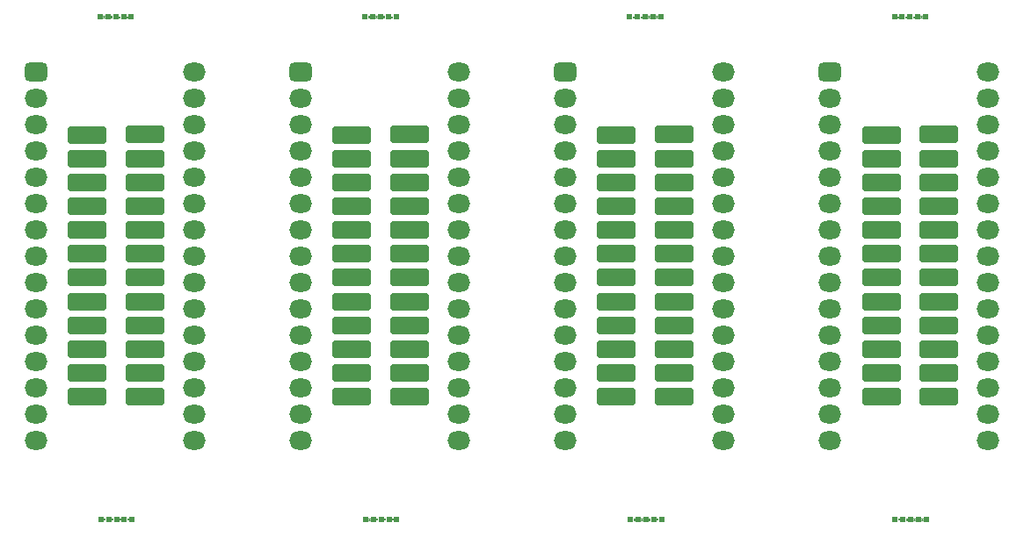
<source format=gts>
G04 #@! TF.GenerationSoftware,KiCad,Pcbnew,6.0.1-79c1e3a40b~116~ubuntu20.04.1*
G04 #@! TF.CreationDate,2022-01-18T16:27:04+01:00*
G04 #@! TF.ProjectId,4xArduino_GPIB_Adapter,34784172-6475-4696-9e6f-5f475049425f,rev?*
G04 #@! TF.SameCoordinates,Original*
G04 #@! TF.FileFunction,Soldermask,Top*
G04 #@! TF.FilePolarity,Negative*
%FSLAX46Y46*%
G04 Gerber Fmt 4.6, Leading zero omitted, Abs format (unit mm)*
G04 Created by KiCad (PCBNEW 6.0.1-79c1e3a40b~116~ubuntu20.04.1) date 2022-01-18 16:27:04*
%MOMM*%
%LPD*%
G01*
G04 APERTURE LIST*
G04 Aperture macros list*
%AMRoundRect*
0 Rectangle with rounded corners*
0 $1 Rounding radius*
0 $2 $3 $4 $5 $6 $7 $8 $9 X,Y pos of 4 corners*
0 Add a 4 corners polygon primitive as box body*
4,1,4,$2,$3,$4,$5,$6,$7,$8,$9,$2,$3,0*
0 Add four circle primitives for the rounded corners*
1,1,$1+$1,$2,$3*
1,1,$1+$1,$4,$5*
1,1,$1+$1,$6,$7*
1,1,$1+$1,$8,$9*
0 Add four rect primitives between the rounded corners*
20,1,$1+$1,$2,$3,$4,$5,0*
20,1,$1+$1,$4,$5,$6,$7,0*
20,1,$1+$1,$6,$7,$8,$9,0*
20,1,$1+$1,$8,$9,$2,$3,0*%
G04 Aperture macros list end*
%ADD10RoundRect,0.476000X-0.625000X-0.425000X0.625000X-0.425000X0.625000X0.425000X-0.625000X0.425000X0*%
%ADD11O,2.202000X1.802000*%
%ADD12RoundRect,0.251000X-1.600000X0.600000X-1.600000X-0.600000X1.600000X-0.600000X1.600000X0.600000X0*%
%ADD13C,0.602000*%
G04 APERTURE END LIST*
D10*
X99455001Y-76785001D03*
D11*
X99455001Y-79325001D03*
X99455001Y-81865001D03*
X99455001Y-84405001D03*
X99455001Y-86945001D03*
X99455001Y-89485001D03*
X99455001Y-92025001D03*
X99455001Y-94565001D03*
X99455001Y-97105001D03*
X99455001Y-99645001D03*
X99455001Y-102185001D03*
X99455001Y-104725001D03*
X99455001Y-107265001D03*
X99455001Y-109805001D03*
X99455001Y-112345001D03*
X114695001Y-112345001D03*
X114695001Y-109805001D03*
X114695001Y-107265001D03*
X114695001Y-104725001D03*
X114695001Y-102185001D03*
X114695001Y-99645001D03*
X114695001Y-97105001D03*
X114695001Y-94565001D03*
X114695001Y-92025001D03*
X114695001Y-89485001D03*
X114695001Y-86945001D03*
X114695001Y-84405001D03*
X114695001Y-81865001D03*
X114695001Y-79325001D03*
X114695001Y-76785001D03*
D12*
X109970000Y-108090000D03*
X109970000Y-105790000D03*
X109970000Y-103490000D03*
X109970000Y-101190000D03*
X109970000Y-98890000D03*
X109970000Y-96590000D03*
X109970000Y-94290000D03*
X109970000Y-91990000D03*
X109970000Y-89690000D03*
X109970000Y-87390000D03*
X109970000Y-85090000D03*
X109970000Y-82790000D03*
X104390000Y-108090000D03*
X104390000Y-105790900D03*
X104390000Y-103491810D03*
X104390000Y-101192720D03*
X104390000Y-98893630D03*
X104390000Y-96594540D03*
X104390000Y-94295450D03*
X104390000Y-91996360D03*
X104390000Y-89697270D03*
X104390000Y-87398180D03*
X104390000Y-85099090D03*
X104390000Y-82800000D03*
D13*
X156660000Y-71450000D03*
X158160000Y-71450000D03*
X159660000Y-71450000D03*
X158910000Y-71450000D03*
X157410000Y-71450000D03*
X185160000Y-71450000D03*
X182160000Y-71450000D03*
X183660000Y-71450000D03*
X184410000Y-71450000D03*
X182910000Y-71450000D03*
D10*
X150455001Y-76785001D03*
D11*
X150455001Y-79325001D03*
X150455001Y-81865001D03*
X150455001Y-84405001D03*
X150455001Y-86945001D03*
X150455001Y-89485001D03*
X150455001Y-92025001D03*
X150455001Y-94565001D03*
X150455001Y-97105001D03*
X150455001Y-99645001D03*
X150455001Y-102185001D03*
X150455001Y-104725001D03*
X150455001Y-107265001D03*
X150455001Y-109805001D03*
X150455001Y-112345001D03*
X165695001Y-112345001D03*
X165695001Y-109805001D03*
X165695001Y-107265001D03*
X165695001Y-104725001D03*
X165695001Y-102185001D03*
X165695001Y-99645001D03*
X165695001Y-97105001D03*
X165695001Y-94565001D03*
X165695001Y-92025001D03*
X165695001Y-89485001D03*
X165695001Y-86945001D03*
X165695001Y-84405001D03*
X165695001Y-81865001D03*
X165695001Y-79325001D03*
X165695001Y-76785001D03*
D12*
X135470000Y-108090000D03*
X135470000Y-105790000D03*
X135470000Y-103490000D03*
X135470000Y-101190000D03*
X135470000Y-98890000D03*
X135470000Y-96590000D03*
X135470000Y-94290000D03*
X135470000Y-91990000D03*
X135470000Y-89690000D03*
X135470000Y-87390000D03*
X135470000Y-85090000D03*
X135470000Y-82790000D03*
X129890000Y-108090000D03*
X129890000Y-105790900D03*
X129890000Y-103491810D03*
X129890000Y-101192720D03*
X129890000Y-98893630D03*
X129890000Y-96594540D03*
X129890000Y-94295450D03*
X129890000Y-91996360D03*
X129890000Y-89697270D03*
X129890000Y-87398180D03*
X129890000Y-85099090D03*
X129890000Y-82800000D03*
D13*
X159730000Y-119950000D03*
X156730000Y-119950000D03*
X157480000Y-119950000D03*
X158980000Y-119950000D03*
X158230000Y-119950000D03*
X107910000Y-71450000D03*
X107160000Y-71450000D03*
X108660000Y-71450000D03*
X106410000Y-71450000D03*
X105660000Y-71450000D03*
X183730000Y-119950000D03*
X184480000Y-119950000D03*
X182230000Y-119950000D03*
X182980000Y-119950000D03*
X185230000Y-119950000D03*
X107980000Y-119950000D03*
X106480000Y-119950000D03*
X108730000Y-119950000D03*
X105730000Y-119950000D03*
X107230000Y-119950000D03*
X131980000Y-119950000D03*
X134230000Y-119950000D03*
X131230000Y-119950000D03*
X132730000Y-119950000D03*
X133480000Y-119950000D03*
D12*
X186470000Y-108090000D03*
X186470000Y-105790000D03*
X186470000Y-103490000D03*
X186470000Y-101190000D03*
X186470000Y-98890000D03*
X186470000Y-96590000D03*
X186470000Y-94290000D03*
X186470000Y-91990000D03*
X186470000Y-89690000D03*
X186470000Y-87390000D03*
X186470000Y-85090000D03*
X186470000Y-82790000D03*
X180890000Y-108090000D03*
X180890000Y-105790900D03*
X180890000Y-103491810D03*
X180890000Y-101192720D03*
X180890000Y-98893630D03*
X180890000Y-96594540D03*
X180890000Y-94295450D03*
X180890000Y-91996360D03*
X180890000Y-89697270D03*
X180890000Y-87398180D03*
X180890000Y-85099090D03*
X180890000Y-82800000D03*
D10*
X124955001Y-76785001D03*
D11*
X124955001Y-79325001D03*
X124955001Y-81865001D03*
X124955001Y-84405001D03*
X124955001Y-86945001D03*
X124955001Y-89485001D03*
X124955001Y-92025001D03*
X124955001Y-94565001D03*
X124955001Y-97105001D03*
X124955001Y-99645001D03*
X124955001Y-102185001D03*
X124955001Y-104725001D03*
X124955001Y-107265001D03*
X124955001Y-109805001D03*
X124955001Y-112345001D03*
X140195001Y-112345001D03*
X140195001Y-109805001D03*
X140195001Y-107265001D03*
X140195001Y-104725001D03*
X140195001Y-102185001D03*
X140195001Y-99645001D03*
X140195001Y-97105001D03*
X140195001Y-94565001D03*
X140195001Y-92025001D03*
X140195001Y-89485001D03*
X140195001Y-86945001D03*
X140195001Y-84405001D03*
X140195001Y-81865001D03*
X140195001Y-79325001D03*
X140195001Y-76785001D03*
D12*
X160970000Y-108090000D03*
X160970000Y-105790000D03*
X160970000Y-103490000D03*
X160970000Y-101190000D03*
X160970000Y-98890000D03*
X160970000Y-96590000D03*
X160970000Y-94290000D03*
X160970000Y-91990000D03*
X160970000Y-89690000D03*
X160970000Y-87390000D03*
X160970000Y-85090000D03*
X160970000Y-82790000D03*
X155390000Y-108090000D03*
X155390000Y-105790900D03*
X155390000Y-103491810D03*
X155390000Y-101192720D03*
X155390000Y-98893630D03*
X155390000Y-96594540D03*
X155390000Y-94295450D03*
X155390000Y-91996360D03*
X155390000Y-89697270D03*
X155390000Y-87398180D03*
X155390000Y-85099090D03*
X155390000Y-82800000D03*
D10*
X175955001Y-76785001D03*
D11*
X175955001Y-79325001D03*
X175955001Y-81865001D03*
X175955001Y-84405001D03*
X175955001Y-86945001D03*
X175955001Y-89485001D03*
X175955001Y-92025001D03*
X175955001Y-94565001D03*
X175955001Y-97105001D03*
X175955001Y-99645001D03*
X175955001Y-102185001D03*
X175955001Y-104725001D03*
X175955001Y-107265001D03*
X175955001Y-109805001D03*
X175955001Y-112345001D03*
X191195001Y-112345001D03*
X191195001Y-109805001D03*
X191195001Y-107265001D03*
X191195001Y-104725001D03*
X191195001Y-102185001D03*
X191195001Y-99645001D03*
X191195001Y-97105001D03*
X191195001Y-94565001D03*
X191195001Y-92025001D03*
X191195001Y-89485001D03*
X191195001Y-86945001D03*
X191195001Y-84405001D03*
X191195001Y-81865001D03*
X191195001Y-79325001D03*
X191195001Y-76785001D03*
D13*
X132660000Y-71450000D03*
X131160000Y-71450000D03*
X133410000Y-71450000D03*
X131910000Y-71450000D03*
X134160000Y-71450000D03*
G36*
X158498315Y-119817990D02*
G01*
X158543037Y-119865343D01*
X158610263Y-119881991D01*
X158675864Y-119859635D01*
X158711095Y-119818977D01*
X158712985Y-119818323D01*
X158714496Y-119819633D01*
X158714338Y-119821287D01*
X158699062Y-119847746D01*
X158681031Y-119950000D01*
X158699062Y-120052254D01*
X158714871Y-120079637D01*
X158714871Y-120081637D01*
X158713139Y-120082637D01*
X158711685Y-120082010D01*
X158666963Y-120034657D01*
X158599737Y-120018009D01*
X158534136Y-120040365D01*
X158498905Y-120081023D01*
X158497015Y-120081677D01*
X158495504Y-120080367D01*
X158495662Y-120078713D01*
X158510938Y-120052254D01*
X158528969Y-119950000D01*
X158510938Y-119847746D01*
X158495129Y-119820363D01*
X158495129Y-119818363D01*
X158496861Y-119817363D01*
X158498315Y-119817990D01*
G37*
G36*
X108248315Y-119817990D02*
G01*
X108293037Y-119865343D01*
X108360263Y-119881991D01*
X108425864Y-119859635D01*
X108461095Y-119818977D01*
X108462985Y-119818323D01*
X108464496Y-119819633D01*
X108464338Y-119821287D01*
X108449062Y-119847746D01*
X108431031Y-119950000D01*
X108449062Y-120052254D01*
X108464871Y-120079637D01*
X108464871Y-120081637D01*
X108463139Y-120082637D01*
X108461685Y-120082010D01*
X108416963Y-120034657D01*
X108349737Y-120018009D01*
X108284136Y-120040365D01*
X108248905Y-120081023D01*
X108247015Y-120081677D01*
X108245504Y-120080367D01*
X108245662Y-120078713D01*
X108260938Y-120052254D01*
X108278969Y-119950000D01*
X108260938Y-119847746D01*
X108245129Y-119820363D01*
X108245129Y-119818363D01*
X108246861Y-119817363D01*
X108248315Y-119817990D01*
G37*
G36*
X157748315Y-119817990D02*
G01*
X157793037Y-119865343D01*
X157860263Y-119881991D01*
X157925864Y-119859635D01*
X157961095Y-119818977D01*
X157962985Y-119818323D01*
X157964496Y-119819633D01*
X157964338Y-119821287D01*
X157949062Y-119847746D01*
X157931031Y-119950000D01*
X157949062Y-120052254D01*
X157964871Y-120079637D01*
X157964871Y-120081637D01*
X157963139Y-120082637D01*
X157961685Y-120082010D01*
X157916963Y-120034657D01*
X157849737Y-120018009D01*
X157784136Y-120040365D01*
X157748905Y-120081023D01*
X157747015Y-120081677D01*
X157745504Y-120080367D01*
X157745662Y-120078713D01*
X157760938Y-120052254D01*
X157778969Y-119950000D01*
X157760938Y-119847746D01*
X157745129Y-119820363D01*
X157745129Y-119818363D01*
X157746861Y-119817363D01*
X157748315Y-119817990D01*
G37*
G36*
X159248315Y-119817990D02*
G01*
X159293037Y-119865343D01*
X159360263Y-119881991D01*
X159425864Y-119859635D01*
X159461095Y-119818977D01*
X159462985Y-119818323D01*
X159464496Y-119819633D01*
X159464338Y-119821287D01*
X159449062Y-119847746D01*
X159431031Y-119950000D01*
X159449062Y-120052254D01*
X159464871Y-120079637D01*
X159464871Y-120081637D01*
X159463139Y-120082637D01*
X159461685Y-120082010D01*
X159416963Y-120034657D01*
X159349737Y-120018009D01*
X159284136Y-120040365D01*
X159248905Y-120081023D01*
X159247015Y-120081677D01*
X159245504Y-120080367D01*
X159245662Y-120078713D01*
X159260938Y-120052254D01*
X159278969Y-119950000D01*
X159260938Y-119847746D01*
X159245129Y-119820363D01*
X159245129Y-119818363D01*
X159246861Y-119817363D01*
X159248315Y-119817990D01*
G37*
G36*
X106748315Y-119817990D02*
G01*
X106793037Y-119865343D01*
X106860263Y-119881991D01*
X106925864Y-119859635D01*
X106961095Y-119818977D01*
X106962985Y-119818323D01*
X106964496Y-119819633D01*
X106964338Y-119821287D01*
X106949062Y-119847746D01*
X106931031Y-119950000D01*
X106949062Y-120052254D01*
X106964871Y-120079637D01*
X106964871Y-120081637D01*
X106963139Y-120082637D01*
X106961685Y-120082010D01*
X106916963Y-120034657D01*
X106849737Y-120018009D01*
X106784136Y-120040365D01*
X106748905Y-120081023D01*
X106747015Y-120081677D01*
X106745504Y-120080367D01*
X106745662Y-120078713D01*
X106760938Y-120052254D01*
X106778969Y-119950000D01*
X106760938Y-119847746D01*
X106745129Y-119820363D01*
X106745129Y-119818363D01*
X106746861Y-119817363D01*
X106748315Y-119817990D01*
G37*
G36*
X182498315Y-119817990D02*
G01*
X182543037Y-119865343D01*
X182610263Y-119881991D01*
X182675864Y-119859635D01*
X182711095Y-119818977D01*
X182712985Y-119818323D01*
X182714496Y-119819633D01*
X182714338Y-119821287D01*
X182699062Y-119847746D01*
X182681031Y-119950000D01*
X182699062Y-120052254D01*
X182714871Y-120079637D01*
X182714871Y-120081637D01*
X182713139Y-120082637D01*
X182711685Y-120082010D01*
X182666963Y-120034657D01*
X182599737Y-120018009D01*
X182534136Y-120040365D01*
X182498905Y-120081023D01*
X182497015Y-120081677D01*
X182495504Y-120080367D01*
X182495662Y-120078713D01*
X182510938Y-120052254D01*
X182528969Y-119950000D01*
X182510938Y-119847746D01*
X182495129Y-119820363D01*
X182495129Y-119818363D01*
X182496861Y-119817363D01*
X182498315Y-119817990D01*
G37*
G36*
X156998315Y-119817990D02*
G01*
X157043037Y-119865343D01*
X157110263Y-119881991D01*
X157175864Y-119859635D01*
X157211095Y-119818977D01*
X157212985Y-119818323D01*
X157214496Y-119819633D01*
X157214338Y-119821287D01*
X157199062Y-119847746D01*
X157181031Y-119950000D01*
X157199062Y-120052254D01*
X157214871Y-120079637D01*
X157214871Y-120081637D01*
X157213139Y-120082637D01*
X157211685Y-120082010D01*
X157166963Y-120034657D01*
X157099737Y-120018009D01*
X157034136Y-120040365D01*
X156998905Y-120081023D01*
X156997015Y-120081677D01*
X156995504Y-120080367D01*
X156995662Y-120078713D01*
X157010938Y-120052254D01*
X157028969Y-119950000D01*
X157010938Y-119847746D01*
X156995129Y-119820363D01*
X156995129Y-119818363D01*
X156996861Y-119817363D01*
X156998315Y-119817990D01*
G37*
G36*
X132248315Y-119817990D02*
G01*
X132293037Y-119865343D01*
X132360263Y-119881991D01*
X132425864Y-119859635D01*
X132461095Y-119818977D01*
X132462985Y-119818323D01*
X132464496Y-119819633D01*
X132464338Y-119821287D01*
X132449062Y-119847746D01*
X132431031Y-119950000D01*
X132449062Y-120052254D01*
X132464871Y-120079637D01*
X132464871Y-120081637D01*
X132463139Y-120082637D01*
X132461685Y-120082010D01*
X132416963Y-120034657D01*
X132349737Y-120018009D01*
X132284136Y-120040365D01*
X132248905Y-120081023D01*
X132247015Y-120081677D01*
X132245504Y-120080367D01*
X132245662Y-120078713D01*
X132260938Y-120052254D01*
X132278969Y-119950000D01*
X132260938Y-119847746D01*
X132245129Y-119820363D01*
X132245129Y-119818363D01*
X132246861Y-119817363D01*
X132248315Y-119817990D01*
G37*
G36*
X133748315Y-119817990D02*
G01*
X133793037Y-119865343D01*
X133860263Y-119881991D01*
X133925864Y-119859635D01*
X133961095Y-119818977D01*
X133962985Y-119818323D01*
X133964496Y-119819633D01*
X133964338Y-119821287D01*
X133949062Y-119847746D01*
X133931031Y-119950000D01*
X133949062Y-120052254D01*
X133964871Y-120079637D01*
X133964871Y-120081637D01*
X133963139Y-120082637D01*
X133961685Y-120082010D01*
X133916963Y-120034657D01*
X133849737Y-120018009D01*
X133784136Y-120040365D01*
X133748905Y-120081023D01*
X133747015Y-120081677D01*
X133745504Y-120080367D01*
X133745662Y-120078713D01*
X133760938Y-120052254D01*
X133778969Y-119950000D01*
X133760938Y-119847746D01*
X133745129Y-119820363D01*
X133745129Y-119818363D01*
X133746861Y-119817363D01*
X133748315Y-119817990D01*
G37*
G36*
X183248315Y-119817990D02*
G01*
X183293037Y-119865343D01*
X183360263Y-119881991D01*
X183425864Y-119859635D01*
X183461095Y-119818977D01*
X183462985Y-119818323D01*
X183464496Y-119819633D01*
X183464338Y-119821287D01*
X183449062Y-119847746D01*
X183431031Y-119950000D01*
X183449062Y-120052254D01*
X183464871Y-120079637D01*
X183464871Y-120081637D01*
X183463139Y-120082637D01*
X183461685Y-120082010D01*
X183416963Y-120034657D01*
X183349737Y-120018009D01*
X183284136Y-120040365D01*
X183248905Y-120081023D01*
X183247015Y-120081677D01*
X183245504Y-120080367D01*
X183245662Y-120078713D01*
X183260938Y-120052254D01*
X183278969Y-119950000D01*
X183260938Y-119847746D01*
X183245129Y-119820363D01*
X183245129Y-119818363D01*
X183246861Y-119817363D01*
X183248315Y-119817990D01*
G37*
G36*
X131498315Y-119817990D02*
G01*
X131543037Y-119865343D01*
X131610263Y-119881991D01*
X131675864Y-119859635D01*
X131711095Y-119818977D01*
X131712985Y-119818323D01*
X131714496Y-119819633D01*
X131714338Y-119821287D01*
X131699062Y-119847746D01*
X131681031Y-119950000D01*
X131699062Y-120052254D01*
X131714871Y-120079637D01*
X131714871Y-120081637D01*
X131713139Y-120082637D01*
X131711685Y-120082010D01*
X131666963Y-120034657D01*
X131599737Y-120018009D01*
X131534136Y-120040365D01*
X131498905Y-120081023D01*
X131497015Y-120081677D01*
X131495504Y-120080367D01*
X131495662Y-120078713D01*
X131510938Y-120052254D01*
X131528969Y-119950000D01*
X131510938Y-119847746D01*
X131495129Y-119820363D01*
X131495129Y-119818363D01*
X131496861Y-119817363D01*
X131498315Y-119817990D01*
G37*
G36*
X107498315Y-119817990D02*
G01*
X107543037Y-119865343D01*
X107610263Y-119881991D01*
X107675864Y-119859635D01*
X107711095Y-119818977D01*
X107712985Y-119818323D01*
X107714496Y-119819633D01*
X107714338Y-119821287D01*
X107699062Y-119847746D01*
X107681031Y-119950000D01*
X107699062Y-120052254D01*
X107714871Y-120079637D01*
X107714871Y-120081637D01*
X107713139Y-120082637D01*
X107711685Y-120082010D01*
X107666963Y-120034657D01*
X107599737Y-120018009D01*
X107534136Y-120040365D01*
X107498905Y-120081023D01*
X107497015Y-120081677D01*
X107495504Y-120080367D01*
X107495662Y-120078713D01*
X107510938Y-120052254D01*
X107528969Y-119950000D01*
X107510938Y-119847746D01*
X107495129Y-119820363D01*
X107495129Y-119818363D01*
X107496861Y-119817363D01*
X107498315Y-119817990D01*
G37*
G36*
X132998315Y-119817990D02*
G01*
X133043037Y-119865343D01*
X133110263Y-119881991D01*
X133175864Y-119859635D01*
X133211095Y-119818977D01*
X133212985Y-119818323D01*
X133214496Y-119819633D01*
X133214338Y-119821287D01*
X133199062Y-119847746D01*
X133181031Y-119950000D01*
X133199062Y-120052254D01*
X133214871Y-120079637D01*
X133214871Y-120081637D01*
X133213139Y-120082637D01*
X133211685Y-120082010D01*
X133166963Y-120034657D01*
X133099737Y-120018009D01*
X133034136Y-120040365D01*
X132998905Y-120081023D01*
X132997015Y-120081677D01*
X132995504Y-120080367D01*
X132995662Y-120078713D01*
X133010938Y-120052254D01*
X133028969Y-119950000D01*
X133010938Y-119847746D01*
X132995129Y-119820363D01*
X132995129Y-119818363D01*
X132996861Y-119817363D01*
X132998315Y-119817990D01*
G37*
G36*
X183998315Y-119817990D02*
G01*
X184043037Y-119865343D01*
X184110263Y-119881991D01*
X184175864Y-119859635D01*
X184211095Y-119818977D01*
X184212985Y-119818323D01*
X184214496Y-119819633D01*
X184214338Y-119821287D01*
X184199062Y-119847746D01*
X184181031Y-119950000D01*
X184199062Y-120052254D01*
X184214871Y-120079637D01*
X184214871Y-120081637D01*
X184213139Y-120082637D01*
X184211685Y-120082010D01*
X184166963Y-120034657D01*
X184099737Y-120018009D01*
X184034136Y-120040365D01*
X183998905Y-120081023D01*
X183997015Y-120081677D01*
X183995504Y-120080367D01*
X183995662Y-120078713D01*
X184010938Y-120052254D01*
X184028969Y-119950000D01*
X184010938Y-119847746D01*
X183995129Y-119820363D01*
X183995129Y-119818363D01*
X183996861Y-119817363D01*
X183998315Y-119817990D01*
G37*
G36*
X105998315Y-119817990D02*
G01*
X106043037Y-119865343D01*
X106110263Y-119881991D01*
X106175864Y-119859635D01*
X106211095Y-119818977D01*
X106212985Y-119818323D01*
X106214496Y-119819633D01*
X106214338Y-119821287D01*
X106199062Y-119847746D01*
X106181031Y-119950000D01*
X106199062Y-120052254D01*
X106214871Y-120079637D01*
X106214871Y-120081637D01*
X106213139Y-120082637D01*
X106211685Y-120082010D01*
X106166963Y-120034657D01*
X106099737Y-120018009D01*
X106034136Y-120040365D01*
X105998905Y-120081023D01*
X105997015Y-120081677D01*
X105995504Y-120080367D01*
X105995662Y-120078713D01*
X106010938Y-120052254D01*
X106028969Y-119950000D01*
X106010938Y-119847746D01*
X105995129Y-119820363D01*
X105995129Y-119818363D01*
X105996861Y-119817363D01*
X105998315Y-119817990D01*
G37*
G36*
X184748315Y-119817990D02*
G01*
X184793037Y-119865343D01*
X184860263Y-119881991D01*
X184925864Y-119859635D01*
X184961095Y-119818977D01*
X184962985Y-119818323D01*
X184964496Y-119819633D01*
X184964338Y-119821287D01*
X184949062Y-119847746D01*
X184931031Y-119950000D01*
X184949062Y-120052254D01*
X184964871Y-120079637D01*
X184964871Y-120081637D01*
X184963139Y-120082637D01*
X184961685Y-120082010D01*
X184916963Y-120034657D01*
X184849737Y-120018009D01*
X184784136Y-120040365D01*
X184748905Y-120081023D01*
X184747015Y-120081677D01*
X184745504Y-120080367D01*
X184745662Y-120078713D01*
X184760938Y-120052254D01*
X184778969Y-119950000D01*
X184760938Y-119847746D01*
X184745129Y-119820363D01*
X184745129Y-119818363D01*
X184746861Y-119817363D01*
X184748315Y-119817990D01*
G37*
G36*
X132928315Y-71317990D02*
G01*
X132973037Y-71365343D01*
X133040263Y-71381991D01*
X133105864Y-71359635D01*
X133141095Y-71318977D01*
X133142985Y-71318323D01*
X133144496Y-71319633D01*
X133144338Y-71321287D01*
X133129062Y-71347746D01*
X133111031Y-71450000D01*
X133129062Y-71552254D01*
X133144871Y-71579637D01*
X133144871Y-71581637D01*
X133143139Y-71582637D01*
X133141685Y-71582010D01*
X133096963Y-71534657D01*
X133029737Y-71518009D01*
X132964136Y-71540365D01*
X132928905Y-71581023D01*
X132927015Y-71581677D01*
X132925504Y-71580367D01*
X132925662Y-71578713D01*
X132940938Y-71552254D01*
X132958969Y-71450000D01*
X132940938Y-71347746D01*
X132925129Y-71320363D01*
X132925129Y-71318363D01*
X132926861Y-71317363D01*
X132928315Y-71317990D01*
G37*
G36*
X133678315Y-71317990D02*
G01*
X133723037Y-71365343D01*
X133790263Y-71381991D01*
X133855864Y-71359635D01*
X133891095Y-71318977D01*
X133892985Y-71318323D01*
X133894496Y-71319633D01*
X133894338Y-71321287D01*
X133879062Y-71347746D01*
X133861031Y-71450000D01*
X133879062Y-71552254D01*
X133894871Y-71579637D01*
X133894871Y-71581637D01*
X133893139Y-71582637D01*
X133891685Y-71582010D01*
X133846963Y-71534657D01*
X133779737Y-71518009D01*
X133714136Y-71540365D01*
X133678905Y-71581023D01*
X133677015Y-71581677D01*
X133675504Y-71580367D01*
X133675662Y-71578713D01*
X133690938Y-71552254D01*
X133708969Y-71450000D01*
X133690938Y-71347746D01*
X133675129Y-71320363D01*
X133675129Y-71318363D01*
X133676861Y-71317363D01*
X133678315Y-71317990D01*
G37*
G36*
X107428315Y-71317990D02*
G01*
X107473037Y-71365343D01*
X107540263Y-71381991D01*
X107605864Y-71359635D01*
X107641095Y-71318977D01*
X107642985Y-71318323D01*
X107644496Y-71319633D01*
X107644338Y-71321287D01*
X107629062Y-71347746D01*
X107611031Y-71450000D01*
X107629062Y-71552254D01*
X107644871Y-71579637D01*
X107644871Y-71581637D01*
X107643139Y-71582637D01*
X107641685Y-71582010D01*
X107596963Y-71534657D01*
X107529737Y-71518009D01*
X107464136Y-71540365D01*
X107428905Y-71581023D01*
X107427015Y-71581677D01*
X107425504Y-71580367D01*
X107425662Y-71578713D01*
X107440938Y-71552254D01*
X107458969Y-71450000D01*
X107440938Y-71347746D01*
X107425129Y-71320363D01*
X107425129Y-71318363D01*
X107426861Y-71317363D01*
X107428315Y-71317990D01*
G37*
G36*
X156928315Y-71317990D02*
G01*
X156973037Y-71365343D01*
X157040263Y-71381991D01*
X157105864Y-71359635D01*
X157141095Y-71318977D01*
X157142985Y-71318323D01*
X157144496Y-71319633D01*
X157144338Y-71321287D01*
X157129062Y-71347746D01*
X157111031Y-71450000D01*
X157129062Y-71552254D01*
X157144871Y-71579637D01*
X157144871Y-71581637D01*
X157143139Y-71582637D01*
X157141685Y-71582010D01*
X157096963Y-71534657D01*
X157029737Y-71518009D01*
X156964136Y-71540365D01*
X156928905Y-71581023D01*
X156927015Y-71581677D01*
X156925504Y-71580367D01*
X156925662Y-71578713D01*
X156940938Y-71552254D01*
X156958969Y-71450000D01*
X156940938Y-71347746D01*
X156925129Y-71320363D01*
X156925129Y-71318363D01*
X156926861Y-71317363D01*
X156928315Y-71317990D01*
G37*
G36*
X131428315Y-71317990D02*
G01*
X131473037Y-71365343D01*
X131540263Y-71381991D01*
X131605864Y-71359635D01*
X131641095Y-71318977D01*
X131642985Y-71318323D01*
X131644496Y-71319633D01*
X131644338Y-71321287D01*
X131629062Y-71347746D01*
X131611031Y-71450000D01*
X131629062Y-71552254D01*
X131644871Y-71579637D01*
X131644871Y-71581637D01*
X131643139Y-71582637D01*
X131641685Y-71582010D01*
X131596963Y-71534657D01*
X131529737Y-71518009D01*
X131464136Y-71540365D01*
X131428905Y-71581023D01*
X131427015Y-71581677D01*
X131425504Y-71580367D01*
X131425662Y-71578713D01*
X131440938Y-71552254D01*
X131458969Y-71450000D01*
X131440938Y-71347746D01*
X131425129Y-71320363D01*
X131425129Y-71318363D01*
X131426861Y-71317363D01*
X131428315Y-71317990D01*
G37*
G36*
X157678315Y-71317990D02*
G01*
X157723037Y-71365343D01*
X157790263Y-71381991D01*
X157855864Y-71359635D01*
X157891095Y-71318977D01*
X157892985Y-71318323D01*
X157894496Y-71319633D01*
X157894338Y-71321287D01*
X157879062Y-71347746D01*
X157861031Y-71450000D01*
X157879062Y-71552254D01*
X157894871Y-71579637D01*
X157894871Y-71581637D01*
X157893139Y-71582637D01*
X157891685Y-71582010D01*
X157846963Y-71534657D01*
X157779737Y-71518009D01*
X157714136Y-71540365D01*
X157678905Y-71581023D01*
X157677015Y-71581677D01*
X157675504Y-71580367D01*
X157675662Y-71578713D01*
X157690938Y-71552254D01*
X157708969Y-71450000D01*
X157690938Y-71347746D01*
X157675129Y-71320363D01*
X157675129Y-71318363D01*
X157676861Y-71317363D01*
X157678315Y-71317990D01*
G37*
G36*
X106678315Y-71317990D02*
G01*
X106723037Y-71365343D01*
X106790263Y-71381991D01*
X106855864Y-71359635D01*
X106891095Y-71318977D01*
X106892985Y-71318323D01*
X106894496Y-71319633D01*
X106894338Y-71321287D01*
X106879062Y-71347746D01*
X106861031Y-71450000D01*
X106879062Y-71552254D01*
X106894871Y-71579637D01*
X106894871Y-71581637D01*
X106893139Y-71582637D01*
X106891685Y-71582010D01*
X106846963Y-71534657D01*
X106779737Y-71518009D01*
X106714136Y-71540365D01*
X106678905Y-71581023D01*
X106677015Y-71581677D01*
X106675504Y-71580367D01*
X106675662Y-71578713D01*
X106690938Y-71552254D01*
X106708969Y-71450000D01*
X106690938Y-71347746D01*
X106675129Y-71320363D01*
X106675129Y-71318363D01*
X106676861Y-71317363D01*
X106678315Y-71317990D01*
G37*
G36*
X159178315Y-71317990D02*
G01*
X159223037Y-71365343D01*
X159290263Y-71381991D01*
X159355864Y-71359635D01*
X159391095Y-71318977D01*
X159392985Y-71318323D01*
X159394496Y-71319633D01*
X159394338Y-71321287D01*
X159379062Y-71347746D01*
X159361031Y-71450000D01*
X159379062Y-71552254D01*
X159394871Y-71579637D01*
X159394871Y-71581637D01*
X159393139Y-71582637D01*
X159391685Y-71582010D01*
X159346963Y-71534657D01*
X159279737Y-71518009D01*
X159214136Y-71540365D01*
X159178905Y-71581023D01*
X159177015Y-71581677D01*
X159175504Y-71580367D01*
X159175662Y-71578713D01*
X159190938Y-71552254D01*
X159208969Y-71450000D01*
X159190938Y-71347746D01*
X159175129Y-71320363D01*
X159175129Y-71318363D01*
X159176861Y-71317363D01*
X159178315Y-71317990D01*
G37*
G36*
X108178315Y-71317990D02*
G01*
X108223037Y-71365343D01*
X108290263Y-71381991D01*
X108355864Y-71359635D01*
X108391095Y-71318977D01*
X108392985Y-71318323D01*
X108394496Y-71319633D01*
X108394338Y-71321287D01*
X108379062Y-71347746D01*
X108361031Y-71450000D01*
X108379062Y-71552254D01*
X108394871Y-71579637D01*
X108394871Y-71581637D01*
X108393139Y-71582637D01*
X108391685Y-71582010D01*
X108346963Y-71534657D01*
X108279737Y-71518009D01*
X108214136Y-71540365D01*
X108178905Y-71581023D01*
X108177015Y-71581677D01*
X108175504Y-71580367D01*
X108175662Y-71578713D01*
X108190938Y-71552254D01*
X108208969Y-71450000D01*
X108190938Y-71347746D01*
X108175129Y-71320363D01*
X108175129Y-71318363D01*
X108176861Y-71317363D01*
X108178315Y-71317990D01*
G37*
G36*
X182428315Y-71317990D02*
G01*
X182473037Y-71365343D01*
X182540263Y-71381991D01*
X182605864Y-71359635D01*
X182641095Y-71318977D01*
X182642985Y-71318323D01*
X182644496Y-71319633D01*
X182644338Y-71321287D01*
X182629062Y-71347746D01*
X182611031Y-71450000D01*
X182629062Y-71552254D01*
X182644871Y-71579637D01*
X182644871Y-71581637D01*
X182643139Y-71582637D01*
X182641685Y-71582010D01*
X182596963Y-71534657D01*
X182529737Y-71518009D01*
X182464136Y-71540365D01*
X182428905Y-71581023D01*
X182427015Y-71581677D01*
X182425504Y-71580367D01*
X182425662Y-71578713D01*
X182440938Y-71552254D01*
X182458969Y-71450000D01*
X182440938Y-71347746D01*
X182425129Y-71320363D01*
X182425129Y-71318363D01*
X182426861Y-71317363D01*
X182428315Y-71317990D01*
G37*
G36*
X132178315Y-71317990D02*
G01*
X132223037Y-71365343D01*
X132290263Y-71381991D01*
X132355864Y-71359635D01*
X132391095Y-71318977D01*
X132392985Y-71318323D01*
X132394496Y-71319633D01*
X132394338Y-71321287D01*
X132379062Y-71347746D01*
X132361031Y-71450000D01*
X132379062Y-71552254D01*
X132394871Y-71579637D01*
X132394871Y-71581637D01*
X132393139Y-71582637D01*
X132391685Y-71582010D01*
X132346963Y-71534657D01*
X132279737Y-71518009D01*
X132214136Y-71540365D01*
X132178905Y-71581023D01*
X132177015Y-71581677D01*
X132175504Y-71580367D01*
X132175662Y-71578713D01*
X132190938Y-71552254D01*
X132208969Y-71450000D01*
X132190938Y-71347746D01*
X132175129Y-71320363D01*
X132175129Y-71318363D01*
X132176861Y-71317363D01*
X132178315Y-71317990D01*
G37*
G36*
X183178315Y-71317990D02*
G01*
X183223037Y-71365343D01*
X183290263Y-71381991D01*
X183355864Y-71359635D01*
X183391095Y-71318977D01*
X183392985Y-71318323D01*
X183394496Y-71319633D01*
X183394338Y-71321287D01*
X183379062Y-71347746D01*
X183361031Y-71450000D01*
X183379062Y-71552254D01*
X183394871Y-71579637D01*
X183394871Y-71581637D01*
X183393139Y-71582637D01*
X183391685Y-71582010D01*
X183346963Y-71534657D01*
X183279737Y-71518009D01*
X183214136Y-71540365D01*
X183178905Y-71581023D01*
X183177015Y-71581677D01*
X183175504Y-71580367D01*
X183175662Y-71578713D01*
X183190938Y-71552254D01*
X183208969Y-71450000D01*
X183190938Y-71347746D01*
X183175129Y-71320363D01*
X183175129Y-71318363D01*
X183176861Y-71317363D01*
X183178315Y-71317990D01*
G37*
G36*
X158428315Y-71317990D02*
G01*
X158473037Y-71365343D01*
X158540263Y-71381991D01*
X158605864Y-71359635D01*
X158641095Y-71318977D01*
X158642985Y-71318323D01*
X158644496Y-71319633D01*
X158644338Y-71321287D01*
X158629062Y-71347746D01*
X158611031Y-71450000D01*
X158629062Y-71552254D01*
X158644871Y-71579637D01*
X158644871Y-71581637D01*
X158643139Y-71582637D01*
X158641685Y-71582010D01*
X158596963Y-71534657D01*
X158529737Y-71518009D01*
X158464136Y-71540365D01*
X158428905Y-71581023D01*
X158427015Y-71581677D01*
X158425504Y-71580367D01*
X158425662Y-71578713D01*
X158440938Y-71552254D01*
X158458969Y-71450000D01*
X158440938Y-71347746D01*
X158425129Y-71320363D01*
X158425129Y-71318363D01*
X158426861Y-71317363D01*
X158428315Y-71317990D01*
G37*
G36*
X183928315Y-71317990D02*
G01*
X183973037Y-71365343D01*
X184040263Y-71381991D01*
X184105864Y-71359635D01*
X184141095Y-71318977D01*
X184142985Y-71318323D01*
X184144496Y-71319633D01*
X184144338Y-71321287D01*
X184129062Y-71347746D01*
X184111031Y-71450000D01*
X184129062Y-71552254D01*
X184144871Y-71579637D01*
X184144871Y-71581637D01*
X184143139Y-71582637D01*
X184141685Y-71582010D01*
X184096963Y-71534657D01*
X184029737Y-71518009D01*
X183964136Y-71540365D01*
X183928905Y-71581023D01*
X183927015Y-71581677D01*
X183925504Y-71580367D01*
X183925662Y-71578713D01*
X183940938Y-71552254D01*
X183958969Y-71450000D01*
X183940938Y-71347746D01*
X183925129Y-71320363D01*
X183925129Y-71318363D01*
X183926861Y-71317363D01*
X183928315Y-71317990D01*
G37*
G36*
X105928315Y-71317990D02*
G01*
X105973037Y-71365343D01*
X106040263Y-71381991D01*
X106105864Y-71359635D01*
X106141095Y-71318977D01*
X106142985Y-71318323D01*
X106144496Y-71319633D01*
X106144338Y-71321287D01*
X106129062Y-71347746D01*
X106111031Y-71450000D01*
X106129062Y-71552254D01*
X106144871Y-71579637D01*
X106144871Y-71581637D01*
X106143139Y-71582637D01*
X106141685Y-71582010D01*
X106096963Y-71534657D01*
X106029737Y-71518009D01*
X105964136Y-71540365D01*
X105928905Y-71581023D01*
X105927015Y-71581677D01*
X105925504Y-71580367D01*
X105925662Y-71578713D01*
X105940938Y-71552254D01*
X105958969Y-71450000D01*
X105940938Y-71347746D01*
X105925129Y-71320363D01*
X105925129Y-71318363D01*
X105926861Y-71317363D01*
X105928315Y-71317990D01*
G37*
G36*
X184678315Y-71317990D02*
G01*
X184723037Y-71365343D01*
X184790263Y-71381991D01*
X184855864Y-71359635D01*
X184891095Y-71318977D01*
X184892985Y-71318323D01*
X184894496Y-71319633D01*
X184894338Y-71321287D01*
X184879062Y-71347746D01*
X184861031Y-71450000D01*
X184879062Y-71552254D01*
X184894871Y-71579637D01*
X184894871Y-71581637D01*
X184893139Y-71582637D01*
X184891685Y-71582010D01*
X184846963Y-71534657D01*
X184779737Y-71518009D01*
X184714136Y-71540365D01*
X184678905Y-71581023D01*
X184677015Y-71581677D01*
X184675504Y-71580367D01*
X184675662Y-71578713D01*
X184690938Y-71552254D01*
X184708969Y-71450000D01*
X184690938Y-71347746D01*
X184675129Y-71320363D01*
X184675129Y-71318363D01*
X184676861Y-71317363D01*
X184678315Y-71317990D01*
G37*
M02*

</source>
